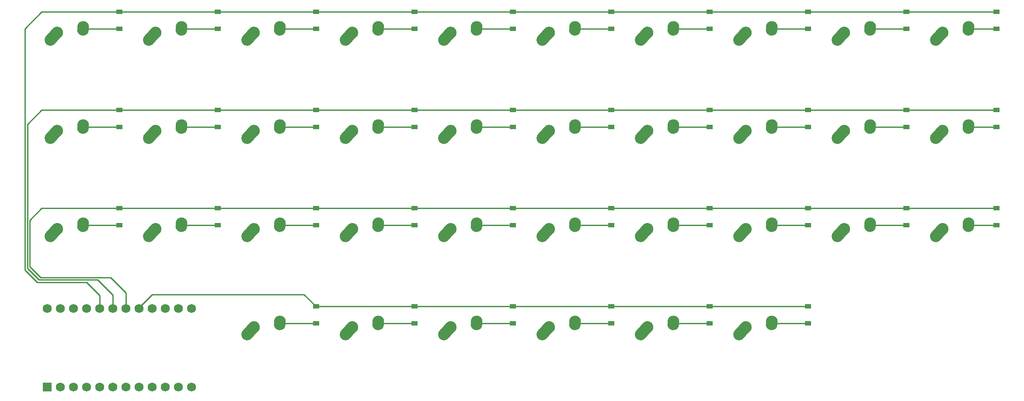
<source format=gbr>
%TF.GenerationSoftware,KiCad,Pcbnew,(5.99.0-9795-gc3c3649211)*%
%TF.CreationDate,2021-06-10T22:06:10-05:00*%
%TF.ProjectId,free10u,66726565-3130-4752-9e6b-696361645f70,rev?*%
%TF.SameCoordinates,Original*%
%TF.FileFunction,Copper,L2,Bot*%
%TF.FilePolarity,Positive*%
%FSLAX46Y46*%
G04 Gerber Fmt 4.6, Leading zero omitted, Abs format (unit mm)*
G04 Created by KiCad (PCBNEW (5.99.0-9795-gc3c3649211)) date 2021-06-10 22:06:10*
%MOMM*%
%LPD*%
G01*
G04 APERTURE LIST*
G04 Aperture macros list*
%AMHorizOval*
0 Thick line with rounded ends*
0 $1 width*
0 $2 $3 position (X,Y) of the first rounded end (center of the circle)*
0 $4 $5 position (X,Y) of the second rounded end (center of the circle)*
0 Add line between two ends*
20,1,$1,$2,$3,$4,$5,0*
0 Add two circle primitives to create the rounded ends*
1,1,$1,$2,$3*
1,1,$1,$4,$5*%
G04 Aperture macros list end*
%TA.AperFunction,ComponentPad*%
%ADD10C,1.752600*%
%TD*%
%TA.AperFunction,ComponentPad*%
%ADD11R,1.752600X1.752600*%
%TD*%
%TA.AperFunction,ComponentPad*%
%ADD12C,2.250000*%
%TD*%
%TA.AperFunction,ComponentPad*%
%ADD13HorizOval,2.250000X0.655001X0.730000X-0.655001X-0.730000X0*%
%TD*%
%TA.AperFunction,ComponentPad*%
%ADD14HorizOval,2.250000X0.020000X0.290000X-0.020000X-0.290000X0*%
%TD*%
%TA.AperFunction,SMDPad,CuDef*%
%ADD15R,1.200000X0.900000*%
%TD*%
%TA.AperFunction,Conductor*%
%ADD16C,0.250000*%
%TD*%
G04 APERTURE END LIST*
D10*
%TO.P,U1,24,RAW*%
%TO.N,unconnected-(U1-Pad24)*%
X22542500Y-118586250D03*
%TO.P,U1,12,9/PB5*%
%TO.N,col9*%
X50482500Y-133826250D03*
%TO.P,U1,23,GND*%
%TO.N,unconnected-(U1-Pad23)*%
X25082500Y-118586250D03*
%TO.P,U1,22,RST*%
%TO.N,unconnected-(U1-Pad22)*%
X27622500Y-118586250D03*
%TO.P,U1,21,VCC*%
%TO.N,unconnected-(U1-Pad21)*%
X30162500Y-118586250D03*
%TO.P,U1,20,A3/PF4*%
%TO.N,row0*%
X32702500Y-118586250D03*
%TO.P,U1,19,A2/PF5*%
%TO.N,row1*%
X35242500Y-118586250D03*
%TO.P,U1,18,A1/PF6*%
%TO.N,row2*%
X37782500Y-118586250D03*
%TO.P,U1,17,A0/PF7*%
%TO.N,row3*%
X40322500Y-118586250D03*
%TO.P,U1,16,15/PB1*%
%TO.N,unconnected-(U1-Pad16)*%
X42862500Y-118586250D03*
%TO.P,U1,15,14/PB3*%
%TO.N,unconnected-(U1-Pad15)*%
X45402500Y-118586250D03*
%TO.P,U1,14,16/PB2*%
%TO.N,unconnected-(U1-Pad14)*%
X47942500Y-118586250D03*
%TO.P,U1,13,10/PB6*%
%TO.N,unconnected-(U1-Pad13)*%
X50482500Y-118586250D03*
%TO.P,U1,11,8/PB4*%
%TO.N,col8*%
X47942500Y-133826250D03*
%TO.P,U1,10,7/PE6*%
%TO.N,col7*%
X45402500Y-133826250D03*
%TO.P,U1,9,6/PD7*%
%TO.N,col6*%
X42862500Y-133826250D03*
%TO.P,U1,8,5/PC6*%
%TO.N,col5*%
X40322500Y-133826250D03*
%TO.P,U1,7,4/PD4*%
%TO.N,col4*%
X37782500Y-133826250D03*
%TO.P,U1,6,3/PD0*%
%TO.N,col3*%
X35242500Y-133826250D03*
%TO.P,U1,5,2/PD1*%
%TO.N,col2*%
X32702500Y-133826250D03*
%TO.P,U1,4,GND*%
%TO.N,unconnected-(U1-Pad4)*%
X30162500Y-133826250D03*
%TO.P,U1,3,GND*%
%TO.N,unconnected-(U1-Pad3)*%
X27622500Y-133826250D03*
%TO.P,U1,2,RX1/PD2*%
%TO.N,col1*%
X25082500Y-133826250D03*
D11*
%TO.P,U1,1,TX0/PD3*%
%TO.N,col0*%
X22542500Y-133826250D03*
%TD*%
D12*
%TO.P,MX36,1,COL*%
%TO.N,col7*%
X157837500Y-122206250D03*
D13*
X157182501Y-122936250D03*
D12*
%TO.P,MX36,2,ROW*%
%TO.N,Net-(D36-Pad2)*%
X162877500Y-121126250D03*
D14*
X162857500Y-121416250D03*
%TD*%
D12*
%TO.P,MX35,1,COL*%
%TO.N,col6*%
X138787500Y-122206250D03*
D13*
X138132501Y-122936250D03*
D12*
%TO.P,MX35,2,ROW*%
%TO.N,Net-(D35-Pad2)*%
X143827500Y-121126250D03*
D14*
X143807500Y-121416250D03*
%TD*%
D12*
%TO.P,MX34,1,COL*%
%TO.N,col5*%
X119737500Y-122206250D03*
D13*
X119082501Y-122936250D03*
D12*
%TO.P,MX34,2,ROW*%
%TO.N,Net-(D34-Pad2)*%
X124777500Y-121126250D03*
D14*
X124757500Y-121416250D03*
%TD*%
D12*
%TO.P,MX33,1,COL*%
%TO.N,col4*%
X100687500Y-122206250D03*
D13*
X100032501Y-122936250D03*
D12*
%TO.P,MX33,2,ROW*%
%TO.N,Net-(D33-Pad2)*%
X105727500Y-121126250D03*
D14*
X105707500Y-121416250D03*
%TD*%
D12*
%TO.P,MX32,1,COL*%
%TO.N,col3*%
X81637500Y-122206250D03*
D13*
X80982501Y-122936250D03*
D12*
%TO.P,MX32,2,ROW*%
%TO.N,Net-(D32-Pad2)*%
X86677500Y-121126250D03*
D14*
X86657500Y-121416250D03*
%TD*%
D12*
%TO.P,MX31,1,COL*%
%TO.N,col2*%
X62587500Y-122206250D03*
D13*
X61932501Y-122936250D03*
D12*
%TO.P,MX31,2,ROW*%
%TO.N,Net-(D31-Pad2)*%
X67627500Y-121126250D03*
D14*
X67607500Y-121416250D03*
%TD*%
D12*
%TO.P,MX30,1,COL*%
%TO.N,col9*%
X195937500Y-103156250D03*
D13*
X195282501Y-103886250D03*
D12*
%TO.P,MX30,2,ROW*%
%TO.N,Net-(D30-Pad2)*%
X200977500Y-102076250D03*
D14*
X200957500Y-102366250D03*
%TD*%
D12*
%TO.P,MX29,1,COL*%
%TO.N,col8*%
X176887500Y-103156250D03*
D13*
X176232501Y-103886250D03*
D12*
%TO.P,MX29,2,ROW*%
%TO.N,Net-(D29-Pad2)*%
X181927500Y-102076250D03*
D14*
X181907500Y-102366250D03*
%TD*%
D12*
%TO.P,MX28,1,COL*%
%TO.N,col7*%
X157837500Y-103156250D03*
D13*
X157182501Y-103886250D03*
D12*
%TO.P,MX28,2,ROW*%
%TO.N,Net-(D28-Pad2)*%
X162877500Y-102076250D03*
D14*
X162857500Y-102366250D03*
%TD*%
D12*
%TO.P,MX27,1,COL*%
%TO.N,col6*%
X138787500Y-103156250D03*
D13*
X138132501Y-103886250D03*
D12*
%TO.P,MX27,2,ROW*%
%TO.N,Net-(D27-Pad2)*%
X143827500Y-102076250D03*
D14*
X143807500Y-102366250D03*
%TD*%
D12*
%TO.P,MX26,1,COL*%
%TO.N,col5*%
X119737500Y-103156250D03*
D13*
X119082501Y-103886250D03*
D12*
%TO.P,MX26,2,ROW*%
%TO.N,Net-(D26-Pad2)*%
X124777500Y-102076250D03*
D14*
X124757500Y-102366250D03*
%TD*%
D12*
%TO.P,MX25,1,COL*%
%TO.N,col4*%
X100687500Y-103156250D03*
D13*
X100032501Y-103886250D03*
D12*
%TO.P,MX25,2,ROW*%
%TO.N,Net-(D25-Pad2)*%
X105727500Y-102076250D03*
D14*
X105707500Y-102366250D03*
%TD*%
D12*
%TO.P,MX24,1,COL*%
%TO.N,col3*%
X81637500Y-103156250D03*
D13*
X80982501Y-103886250D03*
D12*
%TO.P,MX24,2,ROW*%
%TO.N,Net-(D24-Pad2)*%
X86677500Y-102076250D03*
D14*
X86657500Y-102366250D03*
%TD*%
D12*
%TO.P,MX23,1,COL*%
%TO.N,col2*%
X62587500Y-103156250D03*
D13*
X61932501Y-103886250D03*
D12*
%TO.P,MX23,2,ROW*%
%TO.N,Net-(D23-Pad2)*%
X67627500Y-102076250D03*
D14*
X67607500Y-102366250D03*
%TD*%
D12*
%TO.P,MX22,1,COL*%
%TO.N,col1*%
X43537500Y-103156250D03*
D13*
X42882501Y-103886250D03*
D12*
%TO.P,MX22,2,ROW*%
%TO.N,Net-(D22-Pad2)*%
X48577500Y-102076250D03*
D14*
X48557500Y-102366250D03*
%TD*%
D12*
%TO.P,MX21,1,COL*%
%TO.N,col0*%
X24487500Y-103156250D03*
D13*
X23832501Y-103886250D03*
D12*
%TO.P,MX21,2,ROW*%
%TO.N,Net-(D21-Pad2)*%
X29527500Y-102076250D03*
D14*
X29507500Y-102366250D03*
%TD*%
D12*
%TO.P,MX20,1,COL*%
%TO.N,col9*%
X195937500Y-84106250D03*
D13*
X195282501Y-84836250D03*
D12*
%TO.P,MX20,2,ROW*%
%TO.N,Net-(D20-Pad2)*%
X200977500Y-83026250D03*
D14*
X200957500Y-83316250D03*
%TD*%
D12*
%TO.P,MX19,1,COL*%
%TO.N,col8*%
X176887500Y-84106250D03*
D13*
X176232501Y-84836250D03*
D12*
%TO.P,MX19,2,ROW*%
%TO.N,Net-(D19-Pad2)*%
X181927500Y-83026250D03*
D14*
X181907500Y-83316250D03*
%TD*%
D12*
%TO.P,MX18,1,COL*%
%TO.N,col7*%
X157837500Y-84106250D03*
D13*
X157182501Y-84836250D03*
D12*
%TO.P,MX18,2,ROW*%
%TO.N,Net-(D18-Pad2)*%
X162877500Y-83026250D03*
D14*
X162857500Y-83316250D03*
%TD*%
D12*
%TO.P,MX17,1,COL*%
%TO.N,col6*%
X138787500Y-84106250D03*
D13*
X138132501Y-84836250D03*
D12*
%TO.P,MX17,2,ROW*%
%TO.N,Net-(D17-Pad2)*%
X143827500Y-83026250D03*
D14*
X143807500Y-83316250D03*
%TD*%
D12*
%TO.P,MX16,1,COL*%
%TO.N,col5*%
X119737500Y-84106250D03*
D13*
X119082501Y-84836250D03*
D12*
%TO.P,MX16,2,ROW*%
%TO.N,Net-(D16-Pad2)*%
X124777500Y-83026250D03*
D14*
X124757500Y-83316250D03*
%TD*%
D12*
%TO.P,MX15,1,COL*%
%TO.N,col4*%
X100687500Y-84106250D03*
D13*
X100032501Y-84836250D03*
D12*
%TO.P,MX15,2,ROW*%
%TO.N,Net-(D15-Pad2)*%
X105727500Y-83026250D03*
D14*
X105707500Y-83316250D03*
%TD*%
D12*
%TO.P,MX14,1,COL*%
%TO.N,col3*%
X81637500Y-84106250D03*
D13*
X80982501Y-84836250D03*
D12*
%TO.P,MX14,2,ROW*%
%TO.N,Net-(D14-Pad2)*%
X86677500Y-83026250D03*
D14*
X86657500Y-83316250D03*
%TD*%
D12*
%TO.P,MX13,1,COL*%
%TO.N,col2*%
X62587500Y-84106250D03*
D13*
X61932501Y-84836250D03*
D12*
%TO.P,MX13,2,ROW*%
%TO.N,Net-(D13-Pad2)*%
X67627500Y-83026250D03*
D14*
X67607500Y-83316250D03*
%TD*%
D12*
%TO.P,MX12,1,COL*%
%TO.N,col1*%
X43537500Y-84106250D03*
D13*
X42882501Y-84836250D03*
D12*
%TO.P,MX12,2,ROW*%
%TO.N,Net-(D12-Pad2)*%
X48577500Y-83026250D03*
D14*
X48557500Y-83316250D03*
%TD*%
D12*
%TO.P,MX11,1,COL*%
%TO.N,col0*%
X24487500Y-84106250D03*
D13*
X23832501Y-84836250D03*
D12*
%TO.P,MX11,2,ROW*%
%TO.N,Net-(D11-Pad2)*%
X29527500Y-83026250D03*
D14*
X29507500Y-83316250D03*
%TD*%
D12*
%TO.P,MX10,1,COL*%
%TO.N,col9*%
X195937500Y-65056250D03*
D13*
X195282501Y-65786250D03*
D12*
%TO.P,MX10,2,ROW*%
%TO.N,Net-(D10-Pad2)*%
X200977500Y-63976250D03*
D14*
X200957500Y-64266250D03*
%TD*%
D12*
%TO.P,MX9,1,COL*%
%TO.N,col8*%
X176887500Y-65056250D03*
D13*
X176232501Y-65786250D03*
D12*
%TO.P,MX9,2,ROW*%
%TO.N,Net-(D9-Pad2)*%
X181927500Y-63976250D03*
D14*
X181907500Y-64266250D03*
%TD*%
D12*
%TO.P,MX8,1,COL*%
%TO.N,col7*%
X157837500Y-65056250D03*
D13*
X157182501Y-65786250D03*
D12*
%TO.P,MX8,2,ROW*%
%TO.N,Net-(D8-Pad2)*%
X162877500Y-63976250D03*
D14*
X162857500Y-64266250D03*
%TD*%
D12*
%TO.P,MX7,1,COL*%
%TO.N,col6*%
X138787500Y-65056250D03*
D13*
X138132501Y-65786250D03*
D12*
%TO.P,MX7,2,ROW*%
%TO.N,Net-(D7-Pad2)*%
X143827500Y-63976250D03*
D14*
X143807500Y-64266250D03*
%TD*%
D12*
%TO.P,MX6,1,COL*%
%TO.N,col5*%
X119737500Y-65056250D03*
D13*
X119082501Y-65786250D03*
D12*
%TO.P,MX6,2,ROW*%
%TO.N,Net-(D6-Pad2)*%
X124777500Y-63976250D03*
D14*
X124757500Y-64266250D03*
%TD*%
D12*
%TO.P,MX5,1,COL*%
%TO.N,col4*%
X100687500Y-65056250D03*
D13*
X100032501Y-65786250D03*
D12*
%TO.P,MX5,2,ROW*%
%TO.N,Net-(D5-Pad2)*%
X105727500Y-63976250D03*
D14*
X105707500Y-64266250D03*
%TD*%
D12*
%TO.P,MX4,1,COL*%
%TO.N,col3*%
X81637500Y-65056250D03*
D13*
X80982501Y-65786250D03*
D12*
%TO.P,MX4,2,ROW*%
%TO.N,Net-(D4-Pad2)*%
X86677500Y-63976250D03*
D14*
X86657500Y-64266250D03*
%TD*%
D12*
%TO.P,MX3,1,COL*%
%TO.N,col2*%
X62587500Y-65056250D03*
D13*
X61932501Y-65786250D03*
D12*
%TO.P,MX3,2,ROW*%
%TO.N,Net-(D3-Pad2)*%
X67627500Y-63976250D03*
D14*
X67607500Y-64266250D03*
%TD*%
D12*
%TO.P,MX2,1,COL*%
%TO.N,col1*%
X43537500Y-65056250D03*
D13*
X42882501Y-65786250D03*
D12*
%TO.P,MX2,2,ROW*%
%TO.N,Net-(D2-Pad2)*%
X48577500Y-63976250D03*
D14*
X48557500Y-64266250D03*
%TD*%
D12*
%TO.P,MX1,1,COL*%
%TO.N,col0*%
X24487500Y-65056250D03*
D13*
X23832501Y-65786250D03*
D12*
%TO.P,MX1,2,ROW*%
%TO.N,Net-(D1-Pad2)*%
X29527500Y-63976250D03*
D14*
X29507500Y-64266250D03*
%TD*%
D15*
%TO.P,D36,2,A*%
%TO.N,Net-(D36-Pad2)*%
X169862500Y-121506250D03*
%TO.P,D36,1,K*%
%TO.N,row3*%
X169862500Y-118206250D03*
%TD*%
%TO.P,D35,2,A*%
%TO.N,Net-(D35-Pad2)*%
X150812500Y-121506250D03*
%TO.P,D35,1,K*%
%TO.N,row3*%
X150812500Y-118206250D03*
%TD*%
%TO.P,D34,2,A*%
%TO.N,Net-(D34-Pad2)*%
X131762500Y-121506250D03*
%TO.P,D34,1,K*%
%TO.N,row3*%
X131762500Y-118206250D03*
%TD*%
%TO.P,D33,2,A*%
%TO.N,Net-(D33-Pad2)*%
X112712500Y-121506250D03*
%TO.P,D33,1,K*%
%TO.N,row3*%
X112712500Y-118206250D03*
%TD*%
%TO.P,D32,2,A*%
%TO.N,Net-(D32-Pad2)*%
X93662500Y-121506250D03*
%TO.P,D32,1,K*%
%TO.N,row3*%
X93662500Y-118206250D03*
%TD*%
%TO.P,D31,2,A*%
%TO.N,Net-(D31-Pad2)*%
X74612500Y-121506250D03*
%TO.P,D31,1,K*%
%TO.N,row3*%
X74612500Y-118206250D03*
%TD*%
%TO.P,D30,2,A*%
%TO.N,Net-(D30-Pad2)*%
X206375000Y-102456250D03*
%TO.P,D30,1,K*%
%TO.N,row2*%
X206375000Y-99156250D03*
%TD*%
%TO.P,D29,2,A*%
%TO.N,Net-(D29-Pad2)*%
X188912500Y-102456250D03*
%TO.P,D29,1,K*%
%TO.N,row2*%
X188912500Y-99156250D03*
%TD*%
%TO.P,D28,2,A*%
%TO.N,Net-(D28-Pad2)*%
X169862500Y-102456250D03*
%TO.P,D28,1,K*%
%TO.N,row2*%
X169862500Y-99156250D03*
%TD*%
%TO.P,D27,2,A*%
%TO.N,Net-(D27-Pad2)*%
X150812500Y-102456250D03*
%TO.P,D27,1,K*%
%TO.N,row2*%
X150812500Y-99156250D03*
%TD*%
%TO.P,D26,2,A*%
%TO.N,Net-(D26-Pad2)*%
X131762500Y-102456250D03*
%TO.P,D26,1,K*%
%TO.N,row2*%
X131762500Y-99156250D03*
%TD*%
%TO.P,D25,2,A*%
%TO.N,Net-(D25-Pad2)*%
X112712500Y-102456250D03*
%TO.P,D25,1,K*%
%TO.N,row2*%
X112712500Y-99156250D03*
%TD*%
%TO.P,D24,2,A*%
%TO.N,Net-(D24-Pad2)*%
X93662500Y-102456250D03*
%TO.P,D24,1,K*%
%TO.N,row2*%
X93662500Y-99156250D03*
%TD*%
%TO.P,D23,2,A*%
%TO.N,Net-(D23-Pad2)*%
X74612500Y-102456250D03*
%TO.P,D23,1,K*%
%TO.N,row2*%
X74612500Y-99156250D03*
%TD*%
%TO.P,D22,2,A*%
%TO.N,Net-(D22-Pad2)*%
X55562500Y-102456250D03*
%TO.P,D22,1,K*%
%TO.N,row2*%
X55562500Y-99156250D03*
%TD*%
%TO.P,D21,2,A*%
%TO.N,Net-(D21-Pad2)*%
X36512500Y-102456250D03*
%TO.P,D21,1,K*%
%TO.N,row2*%
X36512500Y-99156250D03*
%TD*%
%TO.P,D20,2,A*%
%TO.N,Net-(D20-Pad2)*%
X206375000Y-83406250D03*
%TO.P,D20,1,K*%
%TO.N,row1*%
X206375000Y-80106250D03*
%TD*%
%TO.P,D19,2,A*%
%TO.N,Net-(D19-Pad2)*%
X188912500Y-83406250D03*
%TO.P,D19,1,K*%
%TO.N,row1*%
X188912500Y-80106250D03*
%TD*%
%TO.P,D18,2,A*%
%TO.N,Net-(D18-Pad2)*%
X169862500Y-83406250D03*
%TO.P,D18,1,K*%
%TO.N,row1*%
X169862500Y-80106250D03*
%TD*%
%TO.P,D17,2,A*%
%TO.N,Net-(D17-Pad2)*%
X150812500Y-83406250D03*
%TO.P,D17,1,K*%
%TO.N,row1*%
X150812500Y-80106250D03*
%TD*%
%TO.P,D16,2,A*%
%TO.N,Net-(D16-Pad2)*%
X131762500Y-83406250D03*
%TO.P,D16,1,K*%
%TO.N,row1*%
X131762500Y-80106250D03*
%TD*%
%TO.P,D15,2,A*%
%TO.N,Net-(D15-Pad2)*%
X112712500Y-83406250D03*
%TO.P,D15,1,K*%
%TO.N,row1*%
X112712500Y-80106250D03*
%TD*%
%TO.P,D14,2,A*%
%TO.N,Net-(D14-Pad2)*%
X93662500Y-83406250D03*
%TO.P,D14,1,K*%
%TO.N,row1*%
X93662500Y-80106250D03*
%TD*%
%TO.P,D13,2,A*%
%TO.N,Net-(D13-Pad2)*%
X74612500Y-83406250D03*
%TO.P,D13,1,K*%
%TO.N,row1*%
X74612500Y-80106250D03*
%TD*%
%TO.P,D12,2,A*%
%TO.N,Net-(D12-Pad2)*%
X55562500Y-83406250D03*
%TO.P,D12,1,K*%
%TO.N,row1*%
X55562500Y-80106250D03*
%TD*%
%TO.P,D11,2,A*%
%TO.N,Net-(D11-Pad2)*%
X36512500Y-83406250D03*
%TO.P,D11,1,K*%
%TO.N,row1*%
X36512500Y-80106250D03*
%TD*%
%TO.P,D10,2,A*%
%TO.N,Net-(D10-Pad2)*%
X206375000Y-64356250D03*
%TO.P,D10,1,K*%
%TO.N,row0*%
X206375000Y-61056250D03*
%TD*%
%TO.P,D9,2,A*%
%TO.N,Net-(D9-Pad2)*%
X188912500Y-64356250D03*
%TO.P,D9,1,K*%
%TO.N,row0*%
X188912500Y-61056250D03*
%TD*%
%TO.P,D8,2,A*%
%TO.N,Net-(D8-Pad2)*%
X169862500Y-64356250D03*
%TO.P,D8,1,K*%
%TO.N,row0*%
X169862500Y-61056250D03*
%TD*%
%TO.P,D7,2,A*%
%TO.N,Net-(D7-Pad2)*%
X150812500Y-64356250D03*
%TO.P,D7,1,K*%
%TO.N,row0*%
X150812500Y-61056250D03*
%TD*%
%TO.P,D6,2,A*%
%TO.N,Net-(D6-Pad2)*%
X131762500Y-64356250D03*
%TO.P,D6,1,K*%
%TO.N,row0*%
X131762500Y-61056250D03*
%TD*%
%TO.P,D5,2,A*%
%TO.N,Net-(D5-Pad2)*%
X112712500Y-64356250D03*
%TO.P,D5,1,K*%
%TO.N,row0*%
X112712500Y-61056250D03*
%TD*%
%TO.P,D4,2,A*%
%TO.N,Net-(D4-Pad2)*%
X93662500Y-64356250D03*
%TO.P,D4,1,K*%
%TO.N,row0*%
X93662500Y-61056250D03*
%TD*%
%TO.P,D3,2,A*%
%TO.N,Net-(D3-Pad2)*%
X74612500Y-64356250D03*
%TO.P,D3,1,K*%
%TO.N,row0*%
X74612500Y-61056250D03*
%TD*%
%TO.P,D2,2,A*%
%TO.N,Net-(D2-Pad2)*%
X55562500Y-64356250D03*
%TO.P,D2,1,K*%
%TO.N,row0*%
X55562500Y-61056250D03*
%TD*%
%TO.P,D1,2,A*%
%TO.N,Net-(D1-Pad2)*%
X36512500Y-64356250D03*
%TO.P,D1,1,K*%
%TO.N,row0*%
X36512500Y-61056250D03*
%TD*%
D16*
%TO.N,row3*%
X40322500Y-118586250D02*
X40322500Y-118427500D01*
X40322500Y-118427500D02*
X42862500Y-115887500D01*
X42862500Y-115887500D02*
X72293750Y-115887500D01*
X72293750Y-115887500D02*
X74612500Y-118206250D01*
%TO.N,row2*%
X36512500Y-99156250D02*
X21493750Y-99156250D01*
X21493750Y-99156250D02*
X19156290Y-101493710D01*
X21324960Y-112606210D02*
X34818710Y-112606210D01*
X19156290Y-101493710D02*
X19156290Y-110437540D01*
X19156290Y-110437540D02*
X21324960Y-112606210D01*
X34818710Y-112606210D02*
X37782500Y-115570000D01*
X37782500Y-115570000D02*
X37782500Y-118586250D01*
%TO.N,row1*%
X36512500Y-80106250D02*
X21493750Y-80106250D01*
X21493750Y-80106250D02*
X18706270Y-82893730D01*
X20981230Y-113056230D02*
X32316493Y-113056230D01*
X32316493Y-113056230D02*
X35242500Y-115982237D01*
X18706270Y-82893730D02*
X18706270Y-110781270D01*
X18706270Y-110781270D02*
X20981230Y-113056230D01*
X35242500Y-115982237D02*
X35242500Y-118586250D01*
%TO.N,row0*%
X32702500Y-116046250D02*
X32702500Y-118586250D01*
X36512500Y-61056250D02*
X21493750Y-61056250D01*
X21493750Y-61056250D02*
X18256250Y-64293750D01*
X18256250Y-64293750D02*
X18256250Y-111125000D01*
X18256250Y-111125000D02*
X20637500Y-113506250D01*
X30162500Y-113506250D02*
X32702500Y-116046250D01*
X20637500Y-113506250D02*
X30162500Y-113506250D01*
%TO.N,Net-(D36-Pad2)*%
X169862500Y-121506250D02*
X163037500Y-121506250D01*
X163037500Y-121506250D02*
X162837500Y-121706250D01*
%TO.N,Net-(D35-Pad2)*%
X150812500Y-121506250D02*
X143987500Y-121506250D01*
X143987500Y-121506250D02*
X143787500Y-121706250D01*
%TO.N,Net-(D34-Pad2)*%
X131762500Y-121506250D02*
X124937500Y-121506250D01*
X124937500Y-121506250D02*
X124737500Y-121706250D01*
%TO.N,Net-(D33-Pad2)*%
X112712500Y-121506250D02*
X105887500Y-121506250D01*
X105887500Y-121506250D02*
X105687500Y-121706250D01*
%TO.N,Net-(D32-Pad2)*%
X93662500Y-121506250D02*
X86837500Y-121506250D01*
X86837500Y-121506250D02*
X86637500Y-121706250D01*
%TO.N,Net-(D31-Pad2)*%
X74612500Y-121506250D02*
X67787500Y-121506250D01*
X67787500Y-121506250D02*
X67587500Y-121706250D01*
%TO.N,Net-(D30-Pad2)*%
X206375000Y-102456250D02*
X201137500Y-102456250D01*
X201137500Y-102456250D02*
X200937500Y-102656250D01*
%TO.N,Net-(D29-Pad2)*%
X188912500Y-102456250D02*
X182087500Y-102456250D01*
X182087500Y-102456250D02*
X181887500Y-102656250D01*
%TO.N,Net-(D28-Pad2)*%
X169862500Y-102456250D02*
X163037500Y-102456250D01*
X163037500Y-102456250D02*
X162837500Y-102656250D01*
%TO.N,Net-(D27-Pad2)*%
X150812500Y-102456250D02*
X143987500Y-102456250D01*
X143987500Y-102456250D02*
X143787500Y-102656250D01*
%TO.N,Net-(D26-Pad2)*%
X131762500Y-102456250D02*
X124937500Y-102456250D01*
X124937500Y-102456250D02*
X124737500Y-102656250D01*
%TO.N,Net-(D25-Pad2)*%
X112712500Y-102456250D02*
X105887500Y-102456250D01*
X105887500Y-102456250D02*
X105687500Y-102656250D01*
%TO.N,Net-(D24-Pad2)*%
X86837500Y-102456250D02*
X86637500Y-102656250D01*
X93662500Y-102456250D02*
X86837500Y-102456250D01*
%TO.N,Net-(D23-Pad2)*%
X74612500Y-102456250D02*
X67787500Y-102456250D01*
X67787500Y-102456250D02*
X67587500Y-102656250D01*
%TO.N,Net-(D22-Pad2)*%
X55562500Y-102456250D02*
X48737500Y-102456250D01*
X48737500Y-102456250D02*
X48537500Y-102656250D01*
%TO.N,Net-(D21-Pad2)*%
X36512500Y-102456250D02*
X29687500Y-102456250D01*
X29687500Y-102456250D02*
X29487500Y-102656250D01*
%TO.N,Net-(D11-Pad2)*%
X36512500Y-83406250D02*
X29687500Y-83406250D01*
X29687500Y-83406250D02*
X29487500Y-83606250D01*
%TO.N,Net-(D12-Pad2)*%
X55562500Y-83406250D02*
X48737500Y-83406250D01*
X48737500Y-83406250D02*
X48537500Y-83606250D01*
%TO.N,Net-(D13-Pad2)*%
X74612500Y-83406250D02*
X67787500Y-83406250D01*
X67787500Y-83406250D02*
X67587500Y-83606250D01*
%TO.N,Net-(D14-Pad2)*%
X93662500Y-83406250D02*
X86837500Y-83406250D01*
X86837500Y-83406250D02*
X86637500Y-83606250D01*
%TO.N,Net-(D15-Pad2)*%
X112712500Y-83406250D02*
X105887500Y-83406250D01*
X105887500Y-83406250D02*
X105687500Y-83606250D01*
%TO.N,Net-(D16-Pad2)*%
X131762500Y-83406250D02*
X124937500Y-83406250D01*
X124937500Y-83406250D02*
X124737500Y-83606250D01*
%TO.N,Net-(D17-Pad2)*%
X150812500Y-83406250D02*
X143987500Y-83406250D01*
X143987500Y-83406250D02*
X143787500Y-83606250D01*
%TO.N,Net-(D18-Pad2)*%
X169862500Y-83406250D02*
X163037500Y-83406250D01*
X163037500Y-83406250D02*
X162837500Y-83606250D01*
%TO.N,Net-(D19-Pad2)*%
X188912500Y-83406250D02*
X182087500Y-83406250D01*
X182087500Y-83406250D02*
X181887500Y-83606250D01*
%TO.N,Net-(D20-Pad2)*%
X206375000Y-83406250D02*
X201137500Y-83406250D01*
X201137500Y-83406250D02*
X200937500Y-83606250D01*
%TO.N,Net-(D10-Pad2)*%
X206375000Y-64356250D02*
X201137500Y-64356250D01*
X201137500Y-64356250D02*
X200937500Y-64556250D01*
%TO.N,Net-(D9-Pad2)*%
X188912500Y-64356250D02*
X182087500Y-64356250D01*
X182087500Y-64356250D02*
X181887500Y-64556250D01*
%TO.N,Net-(D8-Pad2)*%
X169862500Y-64356250D02*
X163037500Y-64356250D01*
X163037500Y-64356250D02*
X162837500Y-64556250D01*
%TO.N,Net-(D7-Pad2)*%
X150812500Y-64356250D02*
X143987500Y-64356250D01*
X143987500Y-64356250D02*
X143787500Y-64556250D01*
%TO.N,Net-(D6-Pad2)*%
X131762500Y-64356250D02*
X124937500Y-64356250D01*
X124937500Y-64356250D02*
X124737500Y-64556250D01*
%TO.N,Net-(D5-Pad2)*%
X112712500Y-64356250D02*
X105887500Y-64356250D01*
X105887500Y-64356250D02*
X105687500Y-64556250D01*
%TO.N,Net-(D4-Pad2)*%
X93662500Y-64356250D02*
X86837500Y-64356250D01*
X86837500Y-64356250D02*
X86637500Y-64556250D01*
%TO.N,Net-(D3-Pad2)*%
X74612500Y-64356250D02*
X67787500Y-64356250D01*
X67787500Y-64356250D02*
X67587500Y-64556250D01*
%TO.N,Net-(D2-Pad2)*%
X55562500Y-64356250D02*
X48737500Y-64356250D01*
X48737500Y-64356250D02*
X48537500Y-64556250D01*
%TO.N,Net-(D1-Pad2)*%
X36512500Y-64356250D02*
X29687500Y-64356250D01*
X29687500Y-64356250D02*
X29487500Y-64556250D01*
%TO.N,row3*%
X74612500Y-118206250D02*
X169862500Y-118206250D01*
%TO.N,row2*%
X36512500Y-99156250D02*
X206375000Y-99156250D01*
%TO.N,row1*%
X36512500Y-80106250D02*
X206375000Y-80106250D01*
%TO.N,row0*%
X36512500Y-61056250D02*
X206375000Y-61056250D01*
%TD*%
M02*

</source>
